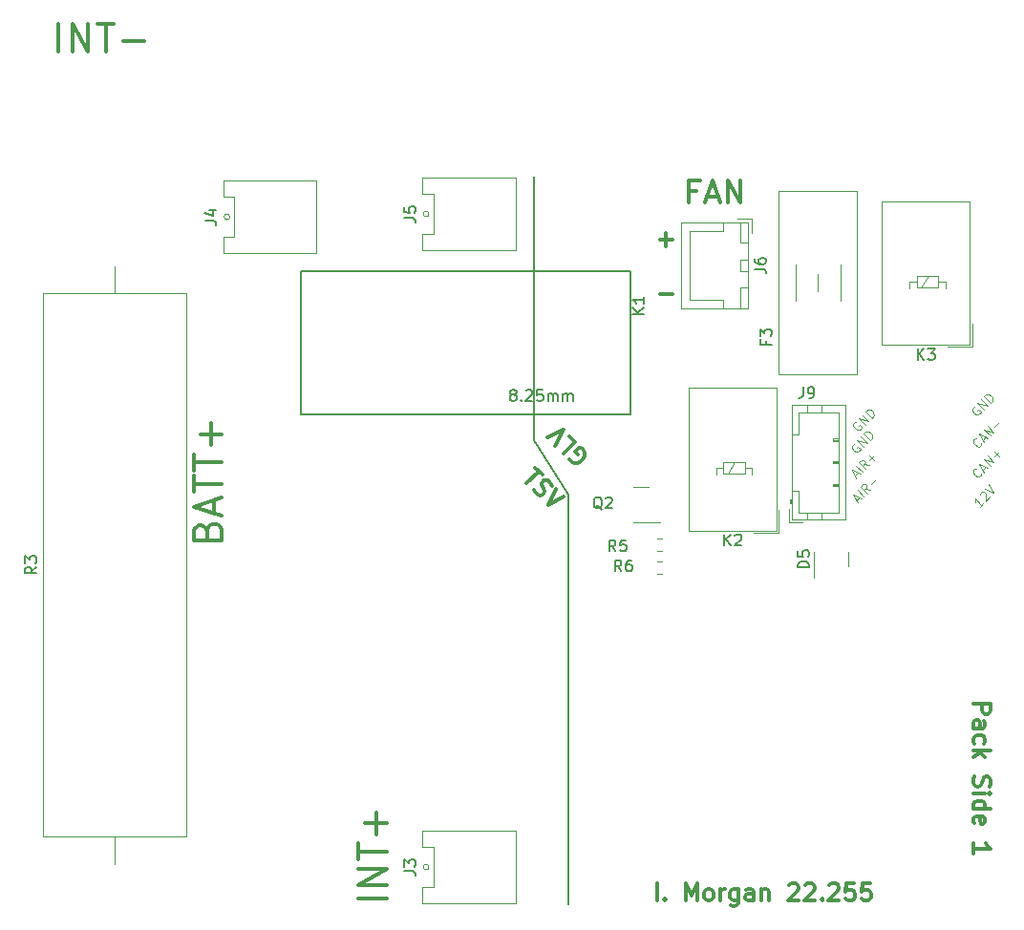
<source format=gbr>
%TF.GenerationSoftware,KiCad,Pcbnew,(6.0.7)*%
%TF.CreationDate,2022-11-04T12:33:48-04:00*%
%TF.ProjectId,pacman,7061636d-616e-42e6-9b69-6361645f7063,rev?*%
%TF.SameCoordinates,Original*%
%TF.FileFunction,Legend,Top*%
%TF.FilePolarity,Positive*%
%FSLAX46Y46*%
G04 Gerber Fmt 4.6, Leading zero omitted, Abs format (unit mm)*
G04 Created by KiCad (PCBNEW (6.0.7)) date 2022-11-04 12:33:48*
%MOMM*%
%LPD*%
G01*
G04 APERTURE LIST*
%ADD10C,0.150000*%
%ADD11C,0.100000*%
%ADD12C,0.300000*%
%ADD13C,0.120000*%
G04 APERTURE END LIST*
D10*
X161544000Y-73152000D02*
X161544000Y-49784000D01*
X164592000Y-77978000D02*
X164592000Y-114300000D01*
X164592000Y-77978000D02*
X161544000Y-73152000D01*
D11*
X201164189Y-76099871D02*
X201164189Y-76153746D01*
X201110314Y-76261496D01*
X201056439Y-76315370D01*
X200948690Y-76369245D01*
X200840940Y-76369245D01*
X200760128Y-76342308D01*
X200625441Y-76261496D01*
X200544629Y-76180683D01*
X200463816Y-76045996D01*
X200436879Y-75965184D01*
X200436879Y-75857435D01*
X200490754Y-75749685D01*
X200544629Y-75695810D01*
X200652378Y-75641935D01*
X200706253Y-75641935D01*
X201271938Y-75776622D02*
X201541312Y-75507248D01*
X201379688Y-75992122D02*
X201002564Y-75237874D01*
X201756812Y-75614998D01*
X201945374Y-75426436D02*
X201379688Y-74860751D01*
X202268622Y-75103187D01*
X201702937Y-74537502D01*
X202322497Y-74618314D02*
X202753496Y-74187316D01*
X202753496Y-74618314D02*
X202322497Y-74187316D01*
X201327719Y-78711091D02*
X201004470Y-79034340D01*
X201166094Y-78872715D02*
X200600409Y-78307030D01*
X200627346Y-78441717D01*
X200627346Y-78549467D01*
X200600409Y-78630279D01*
X201031407Y-77983781D02*
X201031407Y-77929906D01*
X201058345Y-77849094D01*
X201193032Y-77714407D01*
X201273844Y-77687470D01*
X201327719Y-77687470D01*
X201408531Y-77714407D01*
X201462406Y-77768282D01*
X201516280Y-77876032D01*
X201516280Y-78522529D01*
X201866467Y-78172343D01*
X201462406Y-77445033D02*
X202216653Y-77822157D01*
X201839529Y-77067910D01*
X190072877Y-78466683D02*
X190342251Y-78197309D01*
X190180627Y-78682183D02*
X189803503Y-77927935D01*
X190557751Y-78305059D01*
X190746312Y-78116497D02*
X190180627Y-77550812D01*
X191338935Y-77523874D02*
X190881000Y-77443062D01*
X191015687Y-77847123D02*
X190450001Y-77281438D01*
X190665500Y-77065938D01*
X190746312Y-77039001D01*
X190800187Y-77039001D01*
X190881000Y-77065938D01*
X190961812Y-77146751D01*
X190988749Y-77227563D01*
X190988749Y-77281438D01*
X190961812Y-77362250D01*
X190746312Y-77577749D01*
X191365873Y-77065938D02*
X191796871Y-76634940D01*
D12*
X172399714Y-113962571D02*
X172399714Y-112462571D01*
X173114000Y-113819714D02*
X173185428Y-113891142D01*
X173114000Y-113962571D01*
X173042571Y-113891142D01*
X173114000Y-113819714D01*
X173114000Y-113962571D01*
X174971142Y-113962571D02*
X174971142Y-112462571D01*
X175471142Y-113534000D01*
X175971142Y-112462571D01*
X175971142Y-113962571D01*
X176899714Y-113962571D02*
X176756857Y-113891142D01*
X176685428Y-113819714D01*
X176614000Y-113676857D01*
X176614000Y-113248285D01*
X176685428Y-113105428D01*
X176756857Y-113034000D01*
X176899714Y-112962571D01*
X177114000Y-112962571D01*
X177256857Y-113034000D01*
X177328285Y-113105428D01*
X177399714Y-113248285D01*
X177399714Y-113676857D01*
X177328285Y-113819714D01*
X177256857Y-113891142D01*
X177114000Y-113962571D01*
X176899714Y-113962571D01*
X178042571Y-113962571D02*
X178042571Y-112962571D01*
X178042571Y-113248285D02*
X178114000Y-113105428D01*
X178185428Y-113034000D01*
X178328285Y-112962571D01*
X178471142Y-112962571D01*
X179614000Y-112962571D02*
X179614000Y-114176857D01*
X179542571Y-114319714D01*
X179471142Y-114391142D01*
X179328285Y-114462571D01*
X179114000Y-114462571D01*
X178971142Y-114391142D01*
X179614000Y-113891142D02*
X179471142Y-113962571D01*
X179185428Y-113962571D01*
X179042571Y-113891142D01*
X178971142Y-113819714D01*
X178899714Y-113676857D01*
X178899714Y-113248285D01*
X178971142Y-113105428D01*
X179042571Y-113034000D01*
X179185428Y-112962571D01*
X179471142Y-112962571D01*
X179614000Y-113034000D01*
X180971142Y-113962571D02*
X180971142Y-113176857D01*
X180899714Y-113034000D01*
X180756857Y-112962571D01*
X180471142Y-112962571D01*
X180328285Y-113034000D01*
X180971142Y-113891142D02*
X180828285Y-113962571D01*
X180471142Y-113962571D01*
X180328285Y-113891142D01*
X180256857Y-113748285D01*
X180256857Y-113605428D01*
X180328285Y-113462571D01*
X180471142Y-113391142D01*
X180828285Y-113391142D01*
X180971142Y-113319714D01*
X181685428Y-112962571D02*
X181685428Y-113962571D01*
X181685428Y-113105428D02*
X181756857Y-113034000D01*
X181899714Y-112962571D01*
X182114000Y-112962571D01*
X182256857Y-113034000D01*
X182328285Y-113176857D01*
X182328285Y-113962571D01*
X184114000Y-112605428D02*
X184185428Y-112534000D01*
X184328285Y-112462571D01*
X184685428Y-112462571D01*
X184828285Y-112534000D01*
X184899714Y-112605428D01*
X184971142Y-112748285D01*
X184971142Y-112891142D01*
X184899714Y-113105428D01*
X184042571Y-113962571D01*
X184971142Y-113962571D01*
X185542571Y-112605428D02*
X185614000Y-112534000D01*
X185756857Y-112462571D01*
X186114000Y-112462571D01*
X186256857Y-112534000D01*
X186328285Y-112605428D01*
X186399714Y-112748285D01*
X186399714Y-112891142D01*
X186328285Y-113105428D01*
X185471142Y-113962571D01*
X186399714Y-113962571D01*
X187042571Y-113819714D02*
X187114000Y-113891142D01*
X187042571Y-113962571D01*
X186971142Y-113891142D01*
X187042571Y-113819714D01*
X187042571Y-113962571D01*
X187685428Y-112605428D02*
X187756857Y-112534000D01*
X187899714Y-112462571D01*
X188256857Y-112462571D01*
X188399714Y-112534000D01*
X188471142Y-112605428D01*
X188542571Y-112748285D01*
X188542571Y-112891142D01*
X188471142Y-113105428D01*
X187614000Y-113962571D01*
X188542571Y-113962571D01*
X189899714Y-112462571D02*
X189185428Y-112462571D01*
X189114000Y-113176857D01*
X189185428Y-113105428D01*
X189328285Y-113034000D01*
X189685428Y-113034000D01*
X189828285Y-113105428D01*
X189899714Y-113176857D01*
X189971142Y-113319714D01*
X189971142Y-113676857D01*
X189899714Y-113819714D01*
X189828285Y-113891142D01*
X189685428Y-113962571D01*
X189328285Y-113962571D01*
X189185428Y-113891142D01*
X189114000Y-113819714D01*
X191328285Y-112462571D02*
X190614000Y-112462571D01*
X190542571Y-113176857D01*
X190614000Y-113105428D01*
X190756857Y-113034000D01*
X191114000Y-113034000D01*
X191256857Y-113105428D01*
X191328285Y-113176857D01*
X191399714Y-113319714D01*
X191399714Y-113676857D01*
X191328285Y-113819714D01*
X191256857Y-113891142D01*
X191114000Y-113962571D01*
X190756857Y-113962571D01*
X190614000Y-113891142D01*
X190542571Y-113819714D01*
X119380476Y-38722952D02*
X119380476Y-36222952D01*
X120570952Y-38722952D02*
X120570952Y-36222952D01*
X121999523Y-38722952D01*
X121999523Y-36222952D01*
X122832857Y-36222952D02*
X124261428Y-36222952D01*
X123547142Y-38722952D02*
X123547142Y-36222952D01*
X125094761Y-37770571D02*
X126999523Y-37770571D01*
D11*
X189945877Y-76307683D02*
X190215251Y-76038309D01*
X190053627Y-76523183D02*
X189676503Y-75768935D01*
X190430751Y-76146059D01*
X190619312Y-75957497D02*
X190053627Y-75391812D01*
X191211935Y-75364874D02*
X190754000Y-75284062D01*
X190888687Y-75688123D02*
X190323001Y-75122438D01*
X190538500Y-74906938D01*
X190619312Y-74880001D01*
X190673187Y-74880001D01*
X190754000Y-74906938D01*
X190834812Y-74987751D01*
X190861749Y-75068563D01*
X190861749Y-75122438D01*
X190834812Y-75203250D01*
X190619312Y-75418749D01*
X191238873Y-74906938D02*
X191669871Y-74475940D01*
X191669871Y-74906938D02*
X191238873Y-74475940D01*
D12*
X164667761Y-74796421D02*
X164718269Y-74947944D01*
X164869791Y-75099467D01*
X165071822Y-75200482D01*
X165273852Y-75200482D01*
X165425375Y-75149975D01*
X165677913Y-74998452D01*
X165829436Y-74846929D01*
X165980959Y-74594391D01*
X166031467Y-74442868D01*
X166031467Y-74240837D01*
X165930452Y-74038807D01*
X165829436Y-73937791D01*
X165627406Y-73836776D01*
X165526391Y-73836776D01*
X165172837Y-74190330D01*
X165374868Y-74392360D01*
X164667761Y-72776116D02*
X165172837Y-73281192D01*
X164112177Y-74341852D01*
X163405070Y-73634746D02*
X164112177Y-72220532D01*
X162697963Y-72927639D01*
X132536428Y-81180238D02*
X132655476Y-80823095D01*
X132774523Y-80704047D01*
X133012619Y-80585000D01*
X133369761Y-80585000D01*
X133607857Y-80704047D01*
X133726904Y-80823095D01*
X133845952Y-81061190D01*
X133845952Y-82013571D01*
X131345952Y-82013571D01*
X131345952Y-81180238D01*
X131465000Y-80942142D01*
X131584047Y-80823095D01*
X131822142Y-80704047D01*
X132060238Y-80704047D01*
X132298333Y-80823095D01*
X132417380Y-80942142D01*
X132536428Y-81180238D01*
X132536428Y-82013571D01*
X133131666Y-79632619D02*
X133131666Y-78442142D01*
X133845952Y-79870714D02*
X131345952Y-79037380D01*
X133845952Y-78204047D01*
X131345952Y-77727857D02*
X131345952Y-76299285D01*
X133845952Y-77013571D02*
X131345952Y-77013571D01*
X131345952Y-75823095D02*
X131345952Y-74394523D01*
X133845952Y-75108809D02*
X131345952Y-75108809D01*
X132893571Y-73561190D02*
X132893571Y-71656428D01*
X133845952Y-72608809D02*
X131941190Y-72608809D01*
D11*
X189913158Y-73427155D02*
X189832346Y-73454093D01*
X189751534Y-73534905D01*
X189697659Y-73642654D01*
X189697659Y-73750404D01*
X189724597Y-73831216D01*
X189805409Y-73965903D01*
X189886221Y-74046715D01*
X190020908Y-74127528D01*
X190101720Y-74154465D01*
X190209470Y-74154465D01*
X190317219Y-74100590D01*
X190371094Y-74046715D01*
X190424969Y-73938966D01*
X190424969Y-73885091D01*
X190236407Y-73696529D01*
X190128658Y-73804279D01*
X190721280Y-73696529D02*
X190155595Y-73130844D01*
X191044529Y-73373280D01*
X190478844Y-72807595D01*
X191313903Y-73103906D02*
X190748218Y-72538221D01*
X190882905Y-72403534D01*
X190990654Y-72349659D01*
X191098404Y-72349659D01*
X191179216Y-72376597D01*
X191313903Y-72457409D01*
X191394715Y-72538221D01*
X191475528Y-72672908D01*
X191502465Y-72753720D01*
X191502465Y-72861470D01*
X191448590Y-72969219D01*
X191313903Y-73103906D01*
D12*
X148450952Y-113791523D02*
X145950952Y-113791523D01*
X148450952Y-112601047D02*
X145950952Y-112601047D01*
X148450952Y-111172476D01*
X145950952Y-111172476D01*
X145950952Y-110339142D02*
X145950952Y-108910571D01*
X148450952Y-109624857D02*
X145950952Y-109624857D01*
X147498571Y-108077238D02*
X147498571Y-106172476D01*
X148450952Y-107124857D02*
X146546190Y-107124857D01*
X175926952Y-51038142D02*
X175260285Y-51038142D01*
X175260285Y-52085761D02*
X175260285Y-50085761D01*
X176212666Y-50085761D01*
X176879333Y-51514333D02*
X177831714Y-51514333D01*
X176688857Y-52085761D02*
X177355523Y-50085761D01*
X178022190Y-52085761D01*
X178688857Y-52085761D02*
X178688857Y-50085761D01*
X179831714Y-52085761D01*
X179831714Y-50085761D01*
X172656571Y-55350142D02*
X173799428Y-55350142D01*
X173228000Y-55921571D02*
X173228000Y-54778714D01*
X172656571Y-60180142D02*
X173799428Y-60180142D01*
X200489428Y-96552571D02*
X201989428Y-96552571D01*
X201989428Y-97124000D01*
X201918000Y-97266857D01*
X201846571Y-97338285D01*
X201703714Y-97409714D01*
X201489428Y-97409714D01*
X201346571Y-97338285D01*
X201275142Y-97266857D01*
X201203714Y-97124000D01*
X201203714Y-96552571D01*
X200489428Y-98695428D02*
X201275142Y-98695428D01*
X201418000Y-98624000D01*
X201489428Y-98481142D01*
X201489428Y-98195428D01*
X201418000Y-98052571D01*
X200560857Y-98695428D02*
X200489428Y-98552571D01*
X200489428Y-98195428D01*
X200560857Y-98052571D01*
X200703714Y-97981142D01*
X200846571Y-97981142D01*
X200989428Y-98052571D01*
X201060857Y-98195428D01*
X201060857Y-98552571D01*
X201132285Y-98695428D01*
X200560857Y-100052571D02*
X200489428Y-99909714D01*
X200489428Y-99624000D01*
X200560857Y-99481142D01*
X200632285Y-99409714D01*
X200775142Y-99338285D01*
X201203714Y-99338285D01*
X201346571Y-99409714D01*
X201418000Y-99481142D01*
X201489428Y-99624000D01*
X201489428Y-99909714D01*
X201418000Y-100052571D01*
X200489428Y-100695428D02*
X201989428Y-100695428D01*
X201060857Y-100838285D02*
X200489428Y-101266857D01*
X201489428Y-101266857D02*
X200918000Y-100695428D01*
X200560857Y-102981142D02*
X200489428Y-103195428D01*
X200489428Y-103552571D01*
X200560857Y-103695428D01*
X200632285Y-103766857D01*
X200775142Y-103838285D01*
X200918000Y-103838285D01*
X201060857Y-103766857D01*
X201132285Y-103695428D01*
X201203714Y-103552571D01*
X201275142Y-103266857D01*
X201346571Y-103124000D01*
X201418000Y-103052571D01*
X201560857Y-102981142D01*
X201703714Y-102981142D01*
X201846571Y-103052571D01*
X201918000Y-103124000D01*
X201989428Y-103266857D01*
X201989428Y-103624000D01*
X201918000Y-103838285D01*
X200489428Y-104481142D02*
X201489428Y-104481142D01*
X201989428Y-104481142D02*
X201918000Y-104409714D01*
X201846571Y-104481142D01*
X201918000Y-104552571D01*
X201989428Y-104481142D01*
X201846571Y-104481142D01*
X200489428Y-105838285D02*
X201989428Y-105838285D01*
X200560857Y-105838285D02*
X200489428Y-105695428D01*
X200489428Y-105409714D01*
X200560857Y-105266857D01*
X200632285Y-105195428D01*
X200775142Y-105124000D01*
X201203714Y-105124000D01*
X201346571Y-105195428D01*
X201418000Y-105266857D01*
X201489428Y-105409714D01*
X201489428Y-105695428D01*
X201418000Y-105838285D01*
X200560857Y-107124000D02*
X200489428Y-106981142D01*
X200489428Y-106695428D01*
X200560857Y-106552571D01*
X200703714Y-106481142D01*
X201275142Y-106481142D01*
X201418000Y-106552571D01*
X201489428Y-106695428D01*
X201489428Y-106981142D01*
X201418000Y-107124000D01*
X201275142Y-107195428D01*
X201132285Y-107195428D01*
X200989428Y-106481142D01*
X200489428Y-109766857D02*
X200489428Y-108909714D01*
X200489428Y-109338285D02*
X201989428Y-109338285D01*
X201775142Y-109195428D01*
X201632285Y-109052571D01*
X201560857Y-108909714D01*
D11*
X190040158Y-71522155D02*
X189959346Y-71549093D01*
X189878534Y-71629905D01*
X189824659Y-71737654D01*
X189824659Y-71845404D01*
X189851597Y-71926216D01*
X189932409Y-72060903D01*
X190013221Y-72141715D01*
X190147908Y-72222528D01*
X190228720Y-72249465D01*
X190336470Y-72249465D01*
X190444219Y-72195590D01*
X190498094Y-72141715D01*
X190551969Y-72033966D01*
X190551969Y-71980091D01*
X190363407Y-71791529D01*
X190255658Y-71899279D01*
X190848280Y-71791529D02*
X190282595Y-71225844D01*
X191171529Y-71468280D01*
X190605844Y-70902595D01*
X191440903Y-71198906D02*
X190875218Y-70633221D01*
X191009905Y-70498534D01*
X191117654Y-70444659D01*
X191225404Y-70444659D01*
X191306216Y-70471597D01*
X191440903Y-70552409D01*
X191521715Y-70633221D01*
X191602528Y-70767908D01*
X191629465Y-70848720D01*
X191629465Y-70956470D01*
X191575590Y-71064219D01*
X191440903Y-71198906D01*
X200581158Y-70125155D02*
X200500346Y-70152093D01*
X200419534Y-70232905D01*
X200365659Y-70340654D01*
X200365659Y-70448404D01*
X200392597Y-70529216D01*
X200473409Y-70663903D01*
X200554221Y-70744715D01*
X200688908Y-70825528D01*
X200769720Y-70852465D01*
X200877470Y-70852465D01*
X200985219Y-70798590D01*
X201039094Y-70744715D01*
X201092969Y-70636966D01*
X201092969Y-70583091D01*
X200904407Y-70394529D01*
X200796658Y-70502279D01*
X201389280Y-70394529D02*
X200823595Y-69828844D01*
X201712529Y-70071280D01*
X201146844Y-69505595D01*
X201981903Y-69801906D02*
X201416218Y-69236221D01*
X201550905Y-69101534D01*
X201658654Y-69047659D01*
X201766404Y-69047659D01*
X201847216Y-69074597D01*
X201981903Y-69155409D01*
X202062715Y-69236221D01*
X202143528Y-69370908D01*
X202170465Y-69451720D01*
X202170465Y-69559470D01*
X202116590Y-69667219D01*
X201981903Y-69801906D01*
X201164189Y-73432871D02*
X201164189Y-73486746D01*
X201110314Y-73594496D01*
X201056439Y-73648370D01*
X200948690Y-73702245D01*
X200840940Y-73702245D01*
X200760128Y-73675308D01*
X200625441Y-73594496D01*
X200544629Y-73513683D01*
X200463816Y-73378996D01*
X200436879Y-73298184D01*
X200436879Y-73190435D01*
X200490754Y-73082685D01*
X200544629Y-73028810D01*
X200652378Y-72974935D01*
X200706253Y-72974935D01*
X201271938Y-73109622D02*
X201541312Y-72840248D01*
X201379688Y-73325122D02*
X201002564Y-72570874D01*
X201756812Y-72947998D01*
X201945374Y-72759436D02*
X201379688Y-72193751D01*
X202268622Y-72436187D01*
X201702937Y-71870502D01*
X202322497Y-71951314D02*
X202753496Y-71520316D01*
D12*
X161624147Y-75626471D02*
X162230238Y-76232563D01*
X160866532Y-76990177D02*
X161927192Y-75929517D01*
X161523131Y-77545761D02*
X161624147Y-77747791D01*
X161876685Y-78000330D01*
X162028208Y-78050837D01*
X162129223Y-78050837D01*
X162280746Y-78000330D01*
X162381761Y-77899314D01*
X162432269Y-77747791D01*
X162432269Y-77646776D01*
X162381761Y-77495253D01*
X162230238Y-77242715D01*
X162179730Y-77091192D01*
X162179730Y-76990177D01*
X162230238Y-76838654D01*
X162331253Y-76737639D01*
X162482776Y-76687131D01*
X162583791Y-76687131D01*
X162735314Y-76737639D01*
X162987852Y-76990177D01*
X163088868Y-77192208D01*
X163442421Y-77444746D02*
X162735314Y-78858959D01*
X164149528Y-78151852D01*
D10*
X159560000Y-69095952D02*
X159464761Y-69048333D01*
X159417142Y-69000714D01*
X159369523Y-68905476D01*
X159369523Y-68857857D01*
X159417142Y-68762619D01*
X159464761Y-68715000D01*
X159560000Y-68667380D01*
X159750476Y-68667380D01*
X159845714Y-68715000D01*
X159893333Y-68762619D01*
X159940952Y-68857857D01*
X159940952Y-68905476D01*
X159893333Y-69000714D01*
X159845714Y-69048333D01*
X159750476Y-69095952D01*
X159560000Y-69095952D01*
X159464761Y-69143571D01*
X159417142Y-69191190D01*
X159369523Y-69286428D01*
X159369523Y-69476904D01*
X159417142Y-69572142D01*
X159464761Y-69619761D01*
X159560000Y-69667380D01*
X159750476Y-69667380D01*
X159845714Y-69619761D01*
X159893333Y-69572142D01*
X159940952Y-69476904D01*
X159940952Y-69286428D01*
X159893333Y-69191190D01*
X159845714Y-69143571D01*
X159750476Y-69095952D01*
X160369523Y-69572142D02*
X160417142Y-69619761D01*
X160369523Y-69667380D01*
X160321904Y-69619761D01*
X160369523Y-69572142D01*
X160369523Y-69667380D01*
X160798095Y-68762619D02*
X160845714Y-68715000D01*
X160940952Y-68667380D01*
X161179047Y-68667380D01*
X161274285Y-68715000D01*
X161321904Y-68762619D01*
X161369523Y-68857857D01*
X161369523Y-68953095D01*
X161321904Y-69095952D01*
X160750476Y-69667380D01*
X161369523Y-69667380D01*
X162274285Y-68667380D02*
X161798095Y-68667380D01*
X161750476Y-69143571D01*
X161798095Y-69095952D01*
X161893333Y-69048333D01*
X162131428Y-69048333D01*
X162226666Y-69095952D01*
X162274285Y-69143571D01*
X162321904Y-69238809D01*
X162321904Y-69476904D01*
X162274285Y-69572142D01*
X162226666Y-69619761D01*
X162131428Y-69667380D01*
X161893333Y-69667380D01*
X161798095Y-69619761D01*
X161750476Y-69572142D01*
X162750476Y-69667380D02*
X162750476Y-69000714D01*
X162750476Y-69095952D02*
X162798095Y-69048333D01*
X162893333Y-69000714D01*
X163036190Y-69000714D01*
X163131428Y-69048333D01*
X163179047Y-69143571D01*
X163179047Y-69667380D01*
X163179047Y-69143571D02*
X163226666Y-69048333D01*
X163321904Y-69000714D01*
X163464761Y-69000714D01*
X163560000Y-69048333D01*
X163607619Y-69143571D01*
X163607619Y-69667380D01*
X164083809Y-69667380D02*
X164083809Y-69000714D01*
X164083809Y-69095952D02*
X164131428Y-69048333D01*
X164226666Y-69000714D01*
X164369523Y-69000714D01*
X164464761Y-69048333D01*
X164512380Y-69143571D01*
X164512380Y-69667380D01*
X164512380Y-69143571D02*
X164560000Y-69048333D01*
X164655238Y-69000714D01*
X164798095Y-69000714D01*
X164893333Y-69048333D01*
X164940952Y-69143571D01*
X164940952Y-69667380D01*
%TO.C,J9*%
X185340666Y-68413380D02*
X185340666Y-69127666D01*
X185293047Y-69270523D01*
X185197809Y-69365761D01*
X185054952Y-69413380D01*
X184959714Y-69413380D01*
X185864476Y-69413380D02*
X186054952Y-69413380D01*
X186150190Y-69365761D01*
X186197809Y-69318142D01*
X186293047Y-69175285D01*
X186340666Y-68984809D01*
X186340666Y-68603857D01*
X186293047Y-68508619D01*
X186245428Y-68461000D01*
X186150190Y-68413380D01*
X185959714Y-68413380D01*
X185864476Y-68461000D01*
X185816857Y-68508619D01*
X185769238Y-68603857D01*
X185769238Y-68841952D01*
X185816857Y-68937190D01*
X185864476Y-68984809D01*
X185959714Y-69032428D01*
X186150190Y-69032428D01*
X186245428Y-68984809D01*
X186293047Y-68937190D01*
X186340666Y-68841952D01*
%TO.C,K3*%
X195511404Y-66029880D02*
X195511404Y-65029880D01*
X196082833Y-66029880D02*
X195654261Y-65458452D01*
X196082833Y-65029880D02*
X195511404Y-65601309D01*
X196416166Y-65029880D02*
X197035214Y-65029880D01*
X196701880Y-65410833D01*
X196844738Y-65410833D01*
X196939976Y-65458452D01*
X196987595Y-65506071D01*
X197035214Y-65601309D01*
X197035214Y-65839404D01*
X196987595Y-65934642D01*
X196939976Y-65982261D01*
X196844738Y-66029880D01*
X196559023Y-66029880D01*
X196463785Y-65982261D01*
X196416166Y-65934642D01*
%TO.C,K1*%
X171267380Y-61952095D02*
X170267380Y-61952095D01*
X171267380Y-61380666D02*
X170695952Y-61809238D01*
X170267380Y-61380666D02*
X170838809Y-61952095D01*
X171267380Y-60428285D02*
X171267380Y-60999714D01*
X171267380Y-60714000D02*
X170267380Y-60714000D01*
X170410238Y-60809238D01*
X170505476Y-60904476D01*
X170553095Y-60999714D01*
%TO.C,F3*%
X182046571Y-64341333D02*
X182046571Y-64674666D01*
X182570380Y-64674666D02*
X181570380Y-64674666D01*
X181570380Y-64198476D01*
X181570380Y-63912761D02*
X181570380Y-63293714D01*
X181951333Y-63627047D01*
X181951333Y-63484190D01*
X181998952Y-63388952D01*
X182046571Y-63341333D01*
X182141809Y-63293714D01*
X182379904Y-63293714D01*
X182475142Y-63341333D01*
X182522761Y-63388952D01*
X182570380Y-63484190D01*
X182570380Y-63769904D01*
X182522761Y-63865142D01*
X182475142Y-63912761D01*
%TO.C,J3*%
X150004380Y-111331333D02*
X150718666Y-111331333D01*
X150861523Y-111378952D01*
X150956761Y-111474190D01*
X151004380Y-111617047D01*
X151004380Y-111712285D01*
X150004380Y-110950380D02*
X150004380Y-110331333D01*
X150385333Y-110664666D01*
X150385333Y-110521809D01*
X150432952Y-110426571D01*
X150480571Y-110378952D01*
X150575809Y-110331333D01*
X150813904Y-110331333D01*
X150909142Y-110378952D01*
X150956761Y-110426571D01*
X151004380Y-110521809D01*
X151004380Y-110807523D01*
X150956761Y-110902761D01*
X150909142Y-110950380D01*
%TO.C,Q2*%
X167544761Y-79287619D02*
X167449523Y-79240000D01*
X167354285Y-79144761D01*
X167211428Y-79001904D01*
X167116190Y-78954285D01*
X167020952Y-78954285D01*
X167068571Y-79192380D02*
X166973333Y-79144761D01*
X166878095Y-79049523D01*
X166830476Y-78859047D01*
X166830476Y-78525714D01*
X166878095Y-78335238D01*
X166973333Y-78240000D01*
X167068571Y-78192380D01*
X167259047Y-78192380D01*
X167354285Y-78240000D01*
X167449523Y-78335238D01*
X167497142Y-78525714D01*
X167497142Y-78859047D01*
X167449523Y-79049523D01*
X167354285Y-79144761D01*
X167259047Y-79192380D01*
X167068571Y-79192380D01*
X167878095Y-78287619D02*
X167925714Y-78240000D01*
X168020952Y-78192380D01*
X168259047Y-78192380D01*
X168354285Y-78240000D01*
X168401904Y-78287619D01*
X168449523Y-78382857D01*
X168449523Y-78478095D01*
X168401904Y-78620952D01*
X167830476Y-79192380D01*
X168449523Y-79192380D01*
%TO.C,J6*%
X181056380Y-57971333D02*
X181770666Y-57971333D01*
X181913523Y-58018952D01*
X182008761Y-58114190D01*
X182056380Y-58257047D01*
X182056380Y-58352285D01*
X181056380Y-57066571D02*
X181056380Y-57257047D01*
X181104000Y-57352285D01*
X181151619Y-57399904D01*
X181294476Y-57495142D01*
X181484952Y-57542761D01*
X181865904Y-57542761D01*
X181961142Y-57495142D01*
X182008761Y-57447523D01*
X182056380Y-57352285D01*
X182056380Y-57161809D01*
X182008761Y-57066571D01*
X181961142Y-57018952D01*
X181865904Y-56971333D01*
X181627809Y-56971333D01*
X181532571Y-57018952D01*
X181484952Y-57066571D01*
X181437333Y-57161809D01*
X181437333Y-57352285D01*
X181484952Y-57447523D01*
X181532571Y-57495142D01*
X181627809Y-57542761D01*
%TO.C,R5*%
X168743333Y-83002380D02*
X168410000Y-82526190D01*
X168171904Y-83002380D02*
X168171904Y-82002380D01*
X168552857Y-82002380D01*
X168648095Y-82050000D01*
X168695714Y-82097619D01*
X168743333Y-82192857D01*
X168743333Y-82335714D01*
X168695714Y-82430952D01*
X168648095Y-82478571D01*
X168552857Y-82526190D01*
X168171904Y-82526190D01*
X169648095Y-82002380D02*
X169171904Y-82002380D01*
X169124285Y-82478571D01*
X169171904Y-82430952D01*
X169267142Y-82383333D01*
X169505238Y-82383333D01*
X169600476Y-82430952D01*
X169648095Y-82478571D01*
X169695714Y-82573809D01*
X169695714Y-82811904D01*
X169648095Y-82907142D01*
X169600476Y-82954761D01*
X169505238Y-83002380D01*
X169267142Y-83002380D01*
X169171904Y-82954761D01*
X169124285Y-82907142D01*
%TO.C,R3*%
X117415380Y-84367666D02*
X116939190Y-84701000D01*
X117415380Y-84939095D02*
X116415380Y-84939095D01*
X116415380Y-84558142D01*
X116463000Y-84462904D01*
X116510619Y-84415285D01*
X116605857Y-84367666D01*
X116748714Y-84367666D01*
X116843952Y-84415285D01*
X116891571Y-84462904D01*
X116939190Y-84558142D01*
X116939190Y-84939095D01*
X116415380Y-84034333D02*
X116415380Y-83415285D01*
X116796333Y-83748619D01*
X116796333Y-83605761D01*
X116843952Y-83510523D01*
X116891571Y-83462904D01*
X116986809Y-83415285D01*
X117224904Y-83415285D01*
X117320142Y-83462904D01*
X117367761Y-83510523D01*
X117415380Y-83605761D01*
X117415380Y-83891476D01*
X117367761Y-83986714D01*
X117320142Y-84034333D01*
%TO.C,J4*%
X132351380Y-53673333D02*
X133065666Y-53673333D01*
X133208523Y-53720952D01*
X133303761Y-53816190D01*
X133351380Y-53959047D01*
X133351380Y-54054285D01*
X132684714Y-52768571D02*
X133351380Y-52768571D01*
X132303761Y-53006666D02*
X133018047Y-53244761D01*
X133018047Y-52625714D01*
%TO.C,D5*%
X185885380Y-84431095D02*
X184885380Y-84431095D01*
X184885380Y-84193000D01*
X184933000Y-84050142D01*
X185028238Y-83954904D01*
X185123476Y-83907285D01*
X185313952Y-83859666D01*
X185456809Y-83859666D01*
X185647285Y-83907285D01*
X185742523Y-83954904D01*
X185837761Y-84050142D01*
X185885380Y-84193000D01*
X185885380Y-84431095D01*
X184885380Y-82954904D02*
X184885380Y-83431095D01*
X185361571Y-83478714D01*
X185313952Y-83431095D01*
X185266333Y-83335857D01*
X185266333Y-83097761D01*
X185313952Y-83002523D01*
X185361571Y-82954904D01*
X185456809Y-82907285D01*
X185694904Y-82907285D01*
X185790142Y-82954904D01*
X185837761Y-83002523D01*
X185885380Y-83097761D01*
X185885380Y-83335857D01*
X185837761Y-83431095D01*
X185790142Y-83478714D01*
%TO.C,J5*%
X150004380Y-53419333D02*
X150718666Y-53419333D01*
X150861523Y-53466952D01*
X150956761Y-53562190D01*
X151004380Y-53705047D01*
X151004380Y-53800285D01*
X150004380Y-52466952D02*
X150004380Y-52943142D01*
X150480571Y-52990761D01*
X150432952Y-52943142D01*
X150385333Y-52847904D01*
X150385333Y-52609809D01*
X150432952Y-52514571D01*
X150480571Y-52466952D01*
X150575809Y-52419333D01*
X150813904Y-52419333D01*
X150909142Y-52466952D01*
X150956761Y-52514571D01*
X151004380Y-52609809D01*
X151004380Y-52847904D01*
X150956761Y-52943142D01*
X150909142Y-52990761D01*
%TO.C,R6*%
X169251333Y-84780380D02*
X168918000Y-84304190D01*
X168679904Y-84780380D02*
X168679904Y-83780380D01*
X169060857Y-83780380D01*
X169156095Y-83828000D01*
X169203714Y-83875619D01*
X169251333Y-83970857D01*
X169251333Y-84113714D01*
X169203714Y-84208952D01*
X169156095Y-84256571D01*
X169060857Y-84304190D01*
X168679904Y-84304190D01*
X170108476Y-83780380D02*
X169918000Y-83780380D01*
X169822761Y-83828000D01*
X169775142Y-83875619D01*
X169679904Y-84018476D01*
X169632285Y-84208952D01*
X169632285Y-84589904D01*
X169679904Y-84685142D01*
X169727523Y-84732761D01*
X169822761Y-84780380D01*
X170013238Y-84780380D01*
X170108476Y-84732761D01*
X170156095Y-84685142D01*
X170203714Y-84589904D01*
X170203714Y-84351809D01*
X170156095Y-84256571D01*
X170108476Y-84208952D01*
X170013238Y-84161333D01*
X169822761Y-84161333D01*
X169727523Y-84208952D01*
X169679904Y-84256571D01*
X169632285Y-84351809D01*
%TO.C,K2*%
X178371904Y-82494380D02*
X178371904Y-81494380D01*
X178943333Y-82494380D02*
X178514761Y-81922952D01*
X178943333Y-81494380D02*
X178371904Y-82065809D01*
X179324285Y-81589619D02*
X179371904Y-81542000D01*
X179467142Y-81494380D01*
X179705238Y-81494380D01*
X179800476Y-81542000D01*
X179848095Y-81589619D01*
X179895714Y-81684857D01*
X179895714Y-81780095D01*
X179848095Y-81922952D01*
X179276666Y-82494380D01*
X179895714Y-82494380D01*
D13*
%TO.C,J9*%
X184072000Y-80465000D02*
X185322000Y-80465000D01*
X186982000Y-70045000D02*
X186982000Y-70655000D01*
X184372000Y-77605000D02*
X184982000Y-77605000D01*
X188482000Y-75205000D02*
X187982000Y-75205000D01*
X184372000Y-78405000D02*
X184172000Y-78405000D01*
X188482000Y-77205000D02*
X187982000Y-77205000D01*
X185682000Y-70045000D02*
X185682000Y-70655000D01*
X185682000Y-80165000D02*
X185682000Y-79555000D01*
X184272000Y-78405000D02*
X184272000Y-78705000D01*
X188482000Y-73105000D02*
X187982000Y-73105000D01*
X184172000Y-78405000D02*
X184172000Y-78705000D01*
X184372000Y-80165000D02*
X189092000Y-80165000D01*
X188482000Y-77105000D02*
X187982000Y-77105000D01*
X188482000Y-75105000D02*
X187982000Y-75105000D01*
X188482000Y-79555000D02*
X188482000Y-70655000D01*
X184172000Y-78705000D02*
X184372000Y-78705000D01*
X187982000Y-73205000D02*
X187982000Y-73005000D01*
X184982000Y-70655000D02*
X184982000Y-72605000D01*
X188482000Y-70655000D02*
X184982000Y-70655000D01*
X184372000Y-70045000D02*
X184372000Y-80165000D01*
X184982000Y-79555000D02*
X188482000Y-79555000D01*
X189092000Y-80165000D02*
X189092000Y-70045000D01*
X187982000Y-75005000D02*
X188482000Y-75005000D01*
X186982000Y-80165000D02*
X186982000Y-79555000D01*
X189092000Y-70045000D02*
X184372000Y-70045000D01*
X184982000Y-72605000D02*
X184372000Y-72605000D01*
X188482000Y-73205000D02*
X187982000Y-73205000D01*
X187982000Y-73005000D02*
X188482000Y-73005000D01*
X187982000Y-77205000D02*
X187982000Y-77005000D01*
X184982000Y-77605000D02*
X184982000Y-79555000D01*
X184072000Y-79215000D02*
X184072000Y-80465000D01*
X187982000Y-75205000D02*
X187982000Y-75005000D01*
X187982000Y-77005000D02*
X188482000Y-77005000D01*
%TO.C,K3*%
X195422500Y-59567500D02*
X197327500Y-59567500D01*
X197987500Y-59694500D02*
X197987500Y-59059500D01*
X192349500Y-51977500D02*
X200149500Y-51977500D01*
X197327500Y-58551500D02*
X195422500Y-58551500D01*
X200149500Y-64677500D02*
X192349500Y-64677500D01*
X194787500Y-59059500D02*
X195422500Y-59059500D01*
X197327500Y-59567500D02*
X197327500Y-58551500D01*
X195803500Y-59567500D02*
X196438500Y-58551500D01*
X200349500Y-62777500D02*
X200349500Y-64877500D01*
X194787500Y-59694500D02*
X194787500Y-59059500D01*
X192349500Y-64677500D02*
X192349500Y-51977500D01*
X197987500Y-59059500D02*
X197327500Y-59059500D01*
X200149500Y-51977500D02*
X200149500Y-64677500D01*
X195422500Y-59567500D02*
X195422500Y-58551500D01*
X200349500Y-64877500D02*
X198149500Y-64877500D01*
D10*
%TO.C,K1*%
X170053000Y-70866000D02*
X140843000Y-70866000D01*
X140843000Y-70866000D02*
X140843000Y-58166000D01*
X170053000Y-58166000D02*
X170053000Y-70866000D01*
X140843000Y-58166000D02*
X170053000Y-58166000D01*
D13*
%TO.C,F3*%
X188690000Y-57582000D02*
X188690000Y-60782000D01*
X183220000Y-51082000D02*
X183220000Y-67282000D01*
X184690000Y-60782000D02*
X184690000Y-57582000D01*
X190160000Y-67282000D02*
X190160000Y-51082000D01*
X186690000Y-59932000D02*
X186690000Y-58432000D01*
X183220000Y-67282000D02*
X190160000Y-67282000D01*
X190160000Y-51082000D02*
X183220000Y-51082000D01*
%TO.C,J3*%
X159862000Y-110998000D02*
X159862000Y-107788000D01*
X159862000Y-107788000D02*
X151642000Y-107788000D01*
X151642000Y-109208000D02*
X152592000Y-109208000D01*
X151642000Y-107788000D02*
X151642000Y-109208000D01*
X152592000Y-109208000D02*
X152592000Y-110998000D01*
X151642000Y-114208000D02*
X151642000Y-112788000D01*
X159862000Y-110998000D02*
X159862000Y-114208000D01*
X152592000Y-112788000D02*
X152592000Y-110998000D01*
X151642000Y-112788000D02*
X152592000Y-112788000D01*
X159862000Y-114208000D02*
X151642000Y-114208000D01*
X152202000Y-110998000D02*
G75*
G03*
X152202000Y-110998000I-250000J0D01*
G01*
%TO.C,Q2*%
X170990500Y-80427000D02*
X172665500Y-80427000D01*
X170990500Y-80427000D02*
X170340500Y-80427000D01*
X170990500Y-77307000D02*
X171640500Y-77307000D01*
X170990500Y-77307000D02*
X170340500Y-77307000D01*
%TO.C,J6*%
X179754000Y-53838000D02*
X179754000Y-55638000D01*
X180504000Y-55638000D02*
X180504000Y-53838000D01*
X180514000Y-61448000D02*
X180514000Y-53828000D01*
X179754000Y-55638000D02*
X180504000Y-55638000D01*
X175304000Y-54588000D02*
X175304000Y-57638000D01*
X180804000Y-54788000D02*
X180804000Y-53538000D01*
X180504000Y-57138000D02*
X179754000Y-57138000D01*
X174544000Y-61448000D02*
X180514000Y-61448000D01*
X179754000Y-61438000D02*
X180504000Y-61438000D01*
X179754000Y-58138000D02*
X180504000Y-58138000D01*
X180504000Y-58138000D02*
X180504000Y-57138000D01*
X175304000Y-60688000D02*
X175304000Y-57638000D01*
X180504000Y-53838000D02*
X179754000Y-53838000D01*
X179754000Y-57138000D02*
X179754000Y-58138000D01*
X178254000Y-61438000D02*
X178254000Y-60688000D01*
X180504000Y-61438000D02*
X180504000Y-59638000D01*
X174544000Y-53828000D02*
X174544000Y-61448000D01*
X180514000Y-53828000D02*
X174544000Y-53828000D01*
X180504000Y-59638000D02*
X179754000Y-59638000D01*
X179754000Y-59638000D02*
X179754000Y-61438000D01*
X180804000Y-53538000D02*
X179554000Y-53538000D01*
X178254000Y-53838000D02*
X178254000Y-54588000D01*
X178254000Y-60688000D02*
X175304000Y-60688000D01*
X178254000Y-54588000D02*
X175304000Y-54588000D01*
%TO.C,R5*%
X172418742Y-81900500D02*
X172893258Y-81900500D01*
X172418742Y-82945500D02*
X172893258Y-82945500D01*
%TO.C,R3*%
X130703000Y-60081000D02*
X117963000Y-60081000D01*
X130703000Y-108321000D02*
X130703000Y-60081000D01*
X124333000Y-110701000D02*
X124333000Y-108321000D01*
X117963000Y-60081000D02*
X117963000Y-108321000D01*
X124333000Y-57701000D02*
X124333000Y-60081000D01*
X117963000Y-108321000D02*
X130703000Y-108321000D01*
%TO.C,J4*%
X142209000Y-53340000D02*
X142209000Y-50130000D01*
X134939000Y-55130000D02*
X134939000Y-53340000D01*
X142209000Y-53340000D02*
X142209000Y-56550000D01*
X133989000Y-50130000D02*
X133989000Y-51550000D01*
X133989000Y-55130000D02*
X134939000Y-55130000D01*
X133989000Y-51550000D02*
X134939000Y-51550000D01*
X134939000Y-51550000D02*
X134939000Y-53340000D01*
X142209000Y-50130000D02*
X133989000Y-50130000D01*
X133989000Y-56550000D02*
X133989000Y-55130000D01*
X142209000Y-56550000D02*
X133989000Y-56550000D01*
X134549000Y-53340000D02*
G75*
G03*
X134549000Y-53340000I-250000J0D01*
G01*
%TO.C,D5*%
X186273000Y-83693000D02*
X186273000Y-85368000D01*
X189393000Y-83693000D02*
X189393000Y-83043000D01*
X186273000Y-83693000D02*
X186273000Y-83043000D01*
X189393000Y-83693000D02*
X189393000Y-84343000D01*
%TO.C,J5*%
X151642000Y-54876000D02*
X152592000Y-54876000D01*
X151642000Y-51296000D02*
X152592000Y-51296000D01*
X151642000Y-49876000D02*
X151642000Y-51296000D01*
X159862000Y-56296000D02*
X151642000Y-56296000D01*
X151642000Y-56296000D02*
X151642000Y-54876000D01*
X159862000Y-53086000D02*
X159862000Y-49876000D01*
X159862000Y-53086000D02*
X159862000Y-56296000D01*
X152592000Y-54876000D02*
X152592000Y-53086000D01*
X152592000Y-51296000D02*
X152592000Y-53086000D01*
X159862000Y-49876000D02*
X151642000Y-49876000D01*
X152202000Y-53086000D02*
G75*
G03*
X152202000Y-53086000I-250000J0D01*
G01*
%TO.C,R6*%
X172418742Y-83932500D02*
X172893258Y-83932500D01*
X172418742Y-84977500D02*
X172893258Y-84977500D01*
%TO.C,K2*%
X183210000Y-81383000D02*
X181010000Y-81383000D01*
X180848000Y-76200000D02*
X180848000Y-75565000D01*
X177648000Y-76200000D02*
X177648000Y-75565000D01*
X183010000Y-81183000D02*
X175210000Y-81183000D01*
X180188000Y-75057000D02*
X178283000Y-75057000D01*
X175210000Y-68483000D02*
X183010000Y-68483000D01*
X178283000Y-76073000D02*
X180188000Y-76073000D01*
X175210000Y-81183000D02*
X175210000Y-68483000D01*
X183210000Y-79283000D02*
X183210000Y-81383000D01*
X178664000Y-76073000D02*
X179299000Y-75057000D01*
X180188000Y-76073000D02*
X180188000Y-75057000D01*
X180848000Y-75565000D02*
X180188000Y-75565000D01*
X178283000Y-76073000D02*
X178283000Y-75057000D01*
X183010000Y-68483000D02*
X183010000Y-81183000D01*
X177648000Y-75565000D02*
X178283000Y-75565000D01*
%TD*%
M02*

</source>
